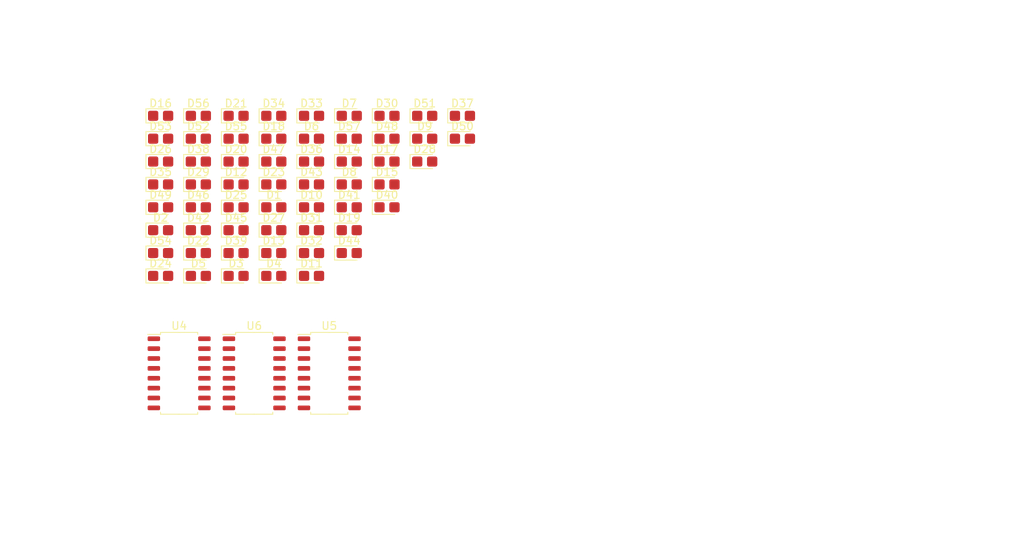
<source format=kicad_pcb>
(kicad_pcb (version 20210228) (generator pcbnew)
  (layers (0 "F.Cu" signal) (31 "B.Cu" signal) (34 "B.Paste" user) (35 "F.Paste" user) (36 "B.SilkS" user "B.Silkscreen") (37 "F.SilkS" user "F.Silkscreen") (38 "B.Mask" user) (39 "F.Mask" user) (44 "Edge.Cuts" user))
  (net 0 "")
  (net 2 "/Tachometer/D1")
  (net 3 "Net-(D2-Pad2)")
  (net 4 "/Tachometer/D2")
  (net 5 "/Tachometer/D3")
  (net 6 "/Tachometer/D4")
  (net 7 "/Tachometer/D5")
  (net 8 "/Tachometer/D6")
  (net 9 "Net-(D10-Pad2)")
  (net 10 "/Tachometer/D7")
  (net 11 "/Tachometer/D8")
  (net 12 "/Tachometer/D9")
  (net 13 "/Tachometer/D10")
  (net 14 "/Tachometer/D11")
  (net 15 "Net-(D12-Pad2)")
  (net 16 "/Tachometer/D12")
  (net 17 "/Tachometer/D13")
  (net 18 "/Tachometer/D14")
  (net 19 "/Tachometer/D15")
  (net 20 "/Tachometer/D16")
  (net 21 "Net-(D17-Pad2)")
  (net 22 "/Tachometer/D17")
  (net 23 "/Tachometer/D18")
  (net 24 "/Tachometer/D19")
  (net 25 "/Tachometer/D20")
  (net 26 "/Tachometer/D21")
  (net 27 "Net-(D22-Pad2)")
  (net 28 "/Tachometer/D22")
  (net 29 "/Tachometer/D23")
  (net 30 "/Tachometer/D24")
  (net 31 "/Tachometer/D25")
  (net 32 "/Tachometer/D26")
  (net 33 "Net-(D27-Pad2)")
  (net 34 "/Tachometer/D27")
  (net 35 "/Tachometer/D28")
  (net 36 "/Tachometer/D29")
  (net 37 "/Tachometer/D30")
  (net 38 "/Tachometer/D31")
  (net 39 "Net-(D32-Pad2)")
  (net 40 "/Tachometer/D32")
  (net 41 "/Tachometer/D33")
  (net 42 "/Tachometer/D34")
  (net 43 "/Tachometer/D35")
  (net 44 "/Tachometer/D36")
  (net 45 "Net-(D37-Pad2)")
  (net 46 "/Tachometer/D37")
  (net 47 "/Tachometer/D38")
  (net 48 "/Tachometer/D39")
  (net 49 "/Tachometer/D40")
  (net 50 "/Tachometer/D41")
  (net 51 "Net-(D42-Pad2)")
  (net 52 "Net-(D42-Pad1)")
  (net 53 "Net-(D43-Pad1)")
  (net 54 "Net-(D44-Pad2)")
  (net 55 "Net-(D44-Pad1)")
  (net 57 "Net-(D45-Pad1)")
  (net 59 "Net-(D46-Pad1)")
  (net 61 "Net-(D47-Pad1)")
  (net 62 "/Tachometer/REV")
  (net 63 "/Tachometer/LAUNCH")
  (net 64 "/Tachometer/SHIFT")
  (net 65 "Net-(D52-Pad1)")
  (net 66 "Net-(D53-Pad1)")
  (net 67 "Net-(D54-Pad1)")
  (net 68 "Net-(D55-Pad1)")
  (net 69 "/Tachometer/BA_1")
  (net 70 "/Tachometer/BA_2")
  (net 71 "Vdd")
  (net 79 "Vss")
  (footprint "LED_SMD:LED_0805_2012Metric_Castellated" (layer "F.Cu") (at 67.25 78.22)
    (fp_text reference "D11" (at 0 -1.6) (layer "F.SilkS"))
    (fp_text value "LED")
    (fp_line (start -1.885 0.91) (end 1 0.91) (layer "F.SilkS") (width 0.12))
    (fp_line (start -1.885 -0.91) (end -1.885 0.91) (layer "F.SilkS") (width 0.12))
    (fp_line (start 1 -0.91) (end -1.885 -0.91) (layer "F.SilkS") (width 0.12))
    (pad "1" smd roundrect (at -0.9625 0) (size 1.325 1.3) (layers "F.Cu" "F.Paste" "F.Mask") (roundrect_rratio 0.192308) (net 14 "/Tachometer/D11"))
    (pad "2" smd roundrect (at 0.9625 0) (size 1.325 1.3) (layers "F.Cu" "F.Paste" "F.Mask") (roundrect_rratio 0.192308) (net 9 "Net-(D10-Pad2)"))
  )
  (footprint "LED_SMD:LED_0805_2012Metric_Castellated" (layer "F.Cu") (at 57.55 78.22)
    (fp_text reference "D3" (at 0 -1.6) (layer "F.SilkS"))
    (fp_text value "LED")
    (fp_line (start -1.885 0.91) (end 1 0.91) (layer "F.SilkS") (width 0.12))
    (fp_line (start 1 -0.91) (end -1.885 -0.91) (layer "F.SilkS") (width 0.12))
    (fp_line (start -1.885 -0.91) (end -1.885 0.91) (layer "F.SilkS") (width 0.12))
    (pad "1" smd roundrect (at -0.9625 0) (size 1.325 1.3) (layers "F.Cu" "F.Paste" "F.Mask") (roundrect_rratio 0.192308) (net 5 "/Tachometer/D3"))
    (pad "2" smd roundrect (at 0.9625 0) (size 1.325 1.3) (layers "F.Cu" "F.Paste" "F.Mask") (roundrect_rratio 0.192308) (net 3 "Net-(D2-Pad2)"))
  )
  (footprint "LED_SMD:LED_0805_2012Metric_Castellated" (layer "F.Cu") (at 72.1 63.52)
    (fp_text reference "D14" (at 0 -1.6) (layer "F.SilkS"))
    (fp_text value "LED")
    (fp_line (start 1 -0.91) (end -1.885 -0.91) (layer "F.SilkS") (width 0.12))
    (fp_line (start -1.885 -0.91) (end -1.885 0.91) (layer "F.SilkS") (width 0.12))
    (fp_line (start -1.885 0.91) (end 1 0.91) (layer "F.SilkS") (width 0.12))
    (pad "1" smd roundrect (at -0.9625 0) (size 1.325 1.3) (layers "F.Cu" "F.Paste" "F.Mask") (roundrect_rratio 0.192308) (net 18 "/Tachometer/D14"))
    (pad "2" smd roundrect (at 0.9625 0) (size 1.325 1.3) (layers "F.Cu" "F.Paste" "F.Mask") (roundrect_rratio 0.192308) (net 15 "Net-(D12-Pad2)"))
  )
  (footprint "LED_SMD:LED_0805_2012Metric_Castellated" (layer "F.Cu") (at 57.55 66.46)
    (fp_text reference "D12" (at 0 -1.6) (layer "F.SilkS"))
    (fp_text value "LED")
    (fp_line (start 1 -0.91) (end -1.885 -0.91) (layer "F.SilkS") (width 0.12))
    (fp_line (start -1.885 0.91) (end 1 0.91) (layer "F.SilkS") (width 0.12))
    (fp_line (start -1.885 -0.91) (end -1.885 0.91) (layer "F.SilkS") (width 0.12))
    (pad "1" smd roundrect (at -0.9625 0) (size 1.325 1.3) (layers "F.Cu" "F.Paste" "F.Mask") (roundrect_rratio 0.192308) (net 16 "/Tachometer/D12"))
    (pad "2" smd roundrect (at 0.9625 0) (size 1.325 1.3) (layers "F.Cu" "F.Paste" "F.Mask") (roundrect_rratio 0.192308) (net 15 "Net-(D12-Pad2)"))
  )
  (footprint "LED_SMD:LED_0805_2012Metric_Castellated" (layer "F.Cu") (at 72.1 75.28)
    (fp_text reference "D44" (at 0 -1.6) (layer "F.SilkS"))
    (fp_text value "LED")
    (fp_line (start -1.885 -0.91) (end -1.885 0.91) (layer "F.SilkS") (width 0.12))
    (fp_line (start -1.885 0.91) (end 1 0.91) (layer "F.SilkS") (width 0.12))
    (fp_line (start 1 -0.91) (end -1.885 -0.91) (layer "F.SilkS") (width 0.12))
    (pad "1" smd roundrect (at -0.9625 0) (size 1.325 1.3) (layers "F.Cu" "F.Paste" "F.Mask") (roundrect_rratio 0.192308) (net 55 "Net-(D44-Pad1)"))
    (pad "2" smd roundrect (at 0.9625 0) (size 1.325 1.3) (layers "F.Cu" "F.Paste" "F.Mask") (roundrect_rratio 0.192308) (net 54 "Net-(D44-Pad2)"))
  )
  (footprint "LED_SMD:LED_0805_2012Metric_Castellated" (layer "F.Cu") (at 72.1 69.4)
    (fp_text reference "D41" (at 0 -1.6) (layer "F.SilkS"))
    (fp_text value "LED")
    (fp_line (start 1 -0.91) (end -1.885 -0.91) (layer "F.SilkS") (width 0.12))
    (fp_line (start -1.885 -0.91) (end -1.885 0.91) (layer "F.SilkS") (width 0.12))
    (fp_line (start -1.885 0.91) (end 1 0.91) (layer "F.SilkS") (width 0.12))
    (pad "1" smd roundrect (at -0.9625 0) (size 1.325 1.3) (layers "F.Cu" "F.Paste" "F.Mask") (roundrect_rratio 0.192308) (net 50 "/Tachometer/D41"))
    (pad "2" smd roundrect (at 0.9625 0) (size 1.325 1.3) (layers "F.Cu" "F.Paste" "F.Mask") (roundrect_rratio 0.192308) (net 45 "Net-(D37-Pad2)"))
  )
  (footprint "LED_SMD:LED_0805_2012Metric_Castellated" (layer "F.Cu") (at 47.85 78.22)
    (fp_text reference "D24" (at 0 -1.6) (layer "F.SilkS"))
    (fp_text value "LED")
    (fp_line (start -1.885 0.91) (end 1 0.91) (layer "F.SilkS") (width 0.12))
    (fp_line (start -1.885 -0.91) (end -1.885 0.91) (layer "F.SilkS") (width 0.12))
    (fp_line (start 1 -0.91) (end -1.885 -0.91) (layer "F.SilkS") (width 0.12))
    (pad "1" smd roundrect (at -0.9625 0) (size 1.325 1.3) (layers "F.Cu" "F.Paste" "F.Mask") (roundrect_rratio 0.192308) (net 30 "/Tachometer/D24"))
    (pad "2" smd roundrect (at 0.9625 0) (size 1.325 1.3) (layers "F.Cu" "F.Paste" "F.Mask") (roundrect_rratio 0.192308) (net 27 "Net-(D22-Pad2)"))
  )
  (footprint "Package_SO:SOP-16_4.55x10.3mm_P1.27mm" (layer "F.Cu") (at 50.23 90.745)
    (fp_text reference "U4" (at 0 -6.1) (layer "F.SilkS"))
    (fp_text value "4511")
    (fp_line (start 0 -5.26) (end -2.385 -5.26) (layer "F.SilkS") (width 0.12))
    (fp_line (start 0 -5.26) (end 2.385 -5.26) (layer "F.SilkS") (width 0.12))
    (fp_line (start -2.385 5.26) (end -2.385 5.005) (layer "F.SilkS") (width 0.12))
    (fp_line (start 2.385 -5.26) (end 2.385 -5.005) (layer "F.SilkS") (width 0.12))
    (fp_line (start -2.385 -5.26) (end -2.385 -5.005) (layer "F.SilkS") (width 0.12))
    (fp_line (start 2.385 5.26) (end 2.385 5.005) (layer "F.SilkS") (width 0.12))
    (fp_line (start 0 5.26) (end -2.385 5.26) (layer "F.SilkS") (width 0.12))
    (fp_line (start 0 5.26) (end 2.385 5.26) (layer "F.SilkS") (width 0.12))
    (fp_line (start -2.385 -5.005) (end -4.05 -5.005) (layer "F.SilkS") (width 0.12))
    (pad "1" smd roundrect (at -3.25 -4.445) (size 1.6 0.6) (layers "F.Cu" "F.Paste" "F.Mask"))
    (pad "2" smd roundrect (at -3.25 -3.175) (size 1.6 0.6) (layers "F.Cu" "F.Paste" "F.Mask"))
    (pad "3" smd roundrect (at -3.25 -1.905) (size 1.6 0.6) (layers "F.Cu" "F.Paste" "F.Mask"))
    (pad "4" smd roundrect (at -3.25 -0.635) (size 1.6 0.6) (layers "F.Cu" "F.Paste" "F.Mask"))
    (pad "5" smd roundrect (at -3.25 0.635) (size 1.6 0.6) (layers "F.Cu" "F.Paste" "F.Mask"))
    (pad "6" smd roundrect (at -3.25 1.905) (size 1.6 0.6) (layers "F.Cu" "F.Paste" "F.Mask"))
    (pad "7" smd roundrect (at -3.25 3.175) (size 1.6 0.6) (layers "F.Cu" "F.Paste" "F.Mask"))
    (pad "8" smd roundrect (at -3.25 4.445) (size 1.6 0.6) (layers "F.Cu" "F.Paste" "F.Mask") (net 79 "Vss"))
    (pad "9" smd roundrect (at 3.25 4.445) (size 1.6 0.6) (layers "F.Cu" "F.Paste" "F.Mask"))
    (pad "10" smd roundrect (at 3.25 3.175) (size 1.6 0.6) (layers "F.Cu" "F.Paste" "F.Mask"))
    (pad "11" smd roundrect (at 3.25 1.905) (size 1.6 0.6) (layers "F.Cu" "F.Paste" "F.Mask"))
    (pad "12" smd roundrect (at 3.25 0.635) (size 1.6 0.6) (layers "F.Cu" "F.Paste" "F.Mask"))
    (pad "13" smd roundrect (at 3.25 -0.635) (size 1.6 0.6) (layers "F.Cu" "F.Paste" "F.Mask"))
    (pad "14" smd roundrect (at 3.25 -1.905) (size 1.6 0.6) (layers "F.Cu" "F.Paste" "F.Mask"))
    (pad "15" smd roundrect (at 3.25 -3.175) (size 1.6 0.6) (layers "F.Cu" "F.Paste" "F.Mask"))
    (pad "16" smd roundrect (at 3.25 -4.445) (size 1.6 0.6) (layers "F.Cu" "F.Paste" "F.Mask") (net 71 "Vdd"))
  )
  (footprint "LED_SMD:LED_0805_2012Metric_Castellated" (layer "F.Cu") (at 67.25 57.64)
    (fp_text reference "D33" (at 0 -1.6) (layer "F.SilkS"))
    (fp_text value "LED")
    (fp_line (start -1.885 0.91) (end 1 0.91) (layer "F.SilkS") (width 0.12))
    (fp_line (start -1.885 -0.91) (end -1.885 0.91) (layer "F.SilkS") (width 0.12))
    (fp_line (start 1 -0.91) (end -1.885 -0.91) (layer "F.SilkS") (width 0.12))
    (pad "1" smd roundrect (at -0.9625 0) (size 1.325 1.3) (layers "F.Cu" "F.Paste" "F.Mask") (roundrect_rratio 0.192308) (net 41 "/Tachometer/D33"))
    (pad "2" smd roundrect (at 0.9625 0) (size 1.325 1.3) (layers "F.Cu" "F.Paste" "F.Mask") (roundrect_rratio 0.192308) (net 39 "Net-(D32-Pad2)"))
  )
  (footprint "LED_SMD:LED_0805_2012Metric_Castellated" (layer "F.Cu") (at 52.7 78.22)
    (fp_text reference "D5" (at 0 -1.6) (layer "F.SilkS"))
    (fp_text value "LED")
    (fp_line (start -1.885 0.91) (end 1 0.91) (layer "F.SilkS") (width 0.12))
    (fp_line (start 1 -0.91) (end -1.885 -0.91) (layer "F.SilkS") (width 0.12))
    (fp_line (start -1.885 -0.91) (end -1.885 0.91) (layer "F.SilkS") (width 0.12))
    (pad "1" smd roundrect (at -0.9625 0) (size 1.325 1.3) (layers "F.Cu" "F.Paste" "F.Mask") (roundrect_rratio 0.192308) (net 7 "/Tachometer/D5"))
    (pad "2" smd roundrect (at 0.9625 0) (size 1.325 1.3) (layers "F.Cu" "F.Paste" "F.Mask") (roundrect_rratio 0.192308) (net 3 "Net-(D2-Pad2)"))
  )
  (footprint "LED_SMD:LED_0805_2012Metric_Castellated" (layer "F.Cu") (at 47.85 63.52)
    (fp_text reference "D26" (at 0 -1.6) (layer "F.SilkS"))
    (fp_text value "LED")
    (fp_line (start -1.885 -0.91) (end -1.885 0.91) (layer "F.SilkS") (width 0.12))
    (fp_line (start -1.885 0.91) (end 1 0.91) (layer "F.SilkS") (width 0.12))
    (fp_line (start 1 -0.91) (end -1.885 -0.91) (layer "F.SilkS") (width 0.12))
    (pad "1" smd roundrect (at -0.9625 0) (size 1.325 1.3) (layers "F.Cu" "F.Paste" "F.Mask") (roundrect_rratio 0.192308) (net 32 "/Tachometer/D26"))
    (pad "2" smd roundrect (at 0.9625 0) (size 1.325 1.3) (layers "F.Cu" "F.Paste" "F.Mask") (roundrect_rratio 0.192308) (net 27 "Net-(D22-Pad2)"))
  )
  (footprint "LED_SMD:LED_0805_2012Metric_Castellated" (layer "F.Cu") (at 67.25 72.34)
    (fp_text reference "D31" (at 0 -1.6) (layer "F.SilkS"))
    (fp_text value "LED")
    (fp_line (start -1.885 0.91) (end 1 0.91) (layer "F.SilkS") (width 0.12))
    (fp_line (start 1 -0.91) (end -1.885 -0.91) (layer "F.SilkS") (width 0.12))
    (fp_line (start -1.885 -0.91) (end -1.885 0.91) (layer "F.SilkS") (width 0.12))
    (pad "1" smd roundrect (at -0.9625 0) (size 1.325 1.3) (layers "F.Cu" "F.Paste" "F.Mask") (roundrect_rratio 0.192308) (net 38 "/Tachometer/D31"))
    (pad "2" smd roundrect (at 0.9625 0) (size 1.325 1.3) (layers "F.Cu" "F.Paste" "F.Mask") (roundrect_rratio 0.192308) (net 33 "Net-(D27-Pad2)"))
  )
  (footprint "LED_SMD:LED_0805_2012Metric_Castellated" (layer "F.Cu") (at 76.95 66.46)
    (fp_text reference "D15" (at 0 -1.6) (layer "F.SilkS"))
    (fp_text value "LED")
    (fp_line (start -1.885 0.91) (end 1 0.91) (layer "F.SilkS") (width 0.12))
    (fp_line (start -1.885 -0.91) (end -1.885 0.91) (layer "F.SilkS") (width 0.12))
    (fp_line (start 1 -0.91) (end -1.885 -0.91) (layer "F.SilkS") (width 0.12))
    (pad "1" smd roundrect (at -0.9625 0) (size 1.325 1.3) (layers "F.Cu" "F.Paste" "F.Mask") (roundrect_rratio 0.192308) (net 19 "/Tachometer/D15"))
    (pad "2" smd roundrect (at 0.9625 0) (size 1.325 1.3) (layers "F.Cu" "F.Paste" "F.Mask") (roundrect_rratio 0.192308) (net 15 "Net-(D12-Pad2)"))
  )
  (footprint "LED_SMD:LED_0805_2012Metric_Castellated" (layer "F.Cu") (at 67.25 66.46)
    (fp_text reference "D43" (at 0 -1.6) (layer "F.SilkS"))
    (fp_text value "LED")
    (fp_line (start 1 -0.91) (end -1.885 -0.91) (layer "F.SilkS") (width 0.12))
    (fp_line (start -1.885 0.91) (end 1 0.91) (layer "F.SilkS") (width 0.12))
    (fp_line (start -1.885 -0.91) (end -1.885 0.91) (layer "F.SilkS") (width 0.12))
    (pad "1" smd roundrect (at -0.9625 0) (size 1.325 1.3) (layers "F.Cu" "F.Paste" "F.Mask") (roundrect_rratio 0.192308) (net 53 "Net-(D43-Pad1)"))
    (pad "2" smd roundrect (at 0.9625 0) (size 1.325 1.3) (layers "F.Cu" "F.Paste" "F.Mask") (roundrect_rratio 0.192308) (net 51 "Net-(D42-Pad2)"))
  )
  (footprint "LED_SMD:LED_0805_2012Metric_Castellated" (layer "F.Cu") (at 62.4 57.64)
    (fp_text reference "D34" (at 0 -1.6) (layer "F.SilkS"))
    (fp_text value "LED")
    (fp_line (start -1.885 0.91) (end 1 0.91) (layer "F.SilkS") (width 0.12))
    (fp_line (start -1.885 -0.91) (end -1.885 0.91) (layer "F.SilkS") (width 0.12))
    (fp_line (start 1 -0.91) (end -1.885 -0.91) (layer "F.SilkS") (width 0.12))
    (pad "1" smd roundrect (at -0.9625 0) (size 1.325 1.3) (layers "F.Cu" "F.Paste" "F.Mask") (roundrect_rratio 0.192308) (net 42 "/Tachometer/D34"))
    (pad "2" smd roundrect (at 0.9625 0) (size 1.325 1.3) (layers "F.Cu" "F.Paste" "F.Mask") (roundrect_rratio 0.192308) (net 39 "Net-(D32-Pad2)"))
  )
  (footprint "LED_SMD:LED_0805_2012Metric_Castellated" (layer "F.Cu") (at 62.4 69.4)
    (fp_text reference "D1" (at 0 -1.6) (layer "F.SilkS"))
    (fp_text value "LED")
    (fp_line (start 1 -0.91) (end -1.885 -0.91) (layer "F.SilkS") (width 0.12))
    (fp_line (start -1.885 0.91) (end 1 0.91) (layer "F.SilkS") (width 0.12))
    (fp_line (start -1.885 -0.91) (end -1.885 0.91) (layer "F.SilkS") (width 0.12))
    (pad "1" smd roundrect (at -0.9625 0) (size 1.325 1.3) (layers "F.Cu" "F.Paste" "F.Mask") (roundrect_rratio 0.192308) (net 2 "/Tachometer/D1"))
    (pad "2" smd roundrect (at 0.9625 0) (size 1.325 1.3) (layers "F.Cu" "F.Paste" "F.Mask") (roundrect_rratio 0.192308))
  )
  (footprint "LED_SMD:LED_0805_2012Metric_Castellated" (layer "F.Cu") (at 52.7 63.52)
    (fp_text reference "D38" (at 0 -1.6) (layer "F.SilkS"))
    (fp_text value "LED")
    (fp_line (start -1.885 -0.91) (end -1.885 0.91) (layer "F.SilkS") (width 0.12))
    (fp_line (start -1.885 0.91) (end 1 0.91) (layer "F.SilkS") (width 0.12))
    (fp_line (start 1 -0.91) (end -1.885 -0.91) (layer "F.SilkS") (width 0.12))
    (pad "1" smd roundrect (at -0.9625 0) (size 1.325 1.3) (layers "F.Cu" "F.Paste" "F.Mask") (roundrect_rratio 0.192308) (net 47 "/Tachometer/D38"))
    (pad "2" smd roundrect (at 0.9625 0) (size 1.325 1.3) (layers "F.Cu" "F.Paste" "F.Mask") (roundrect_rratio 0.192308) (net 45 "Net-(D37-Pad2)"))
  )
  (footprint "LED_SMD:LED_0805_2012Metric_Castellated" (layer "F.Cu") (at 47.85 57.64)
    (fp_text reference "D16" (at 0 -1.6) (layer "F.SilkS"))
    (fp_text value "LED")
    (fp_line (start 1 -0.91) (end -1.885 -0.91) (layer "F.SilkS") (width 0.12))
    (fp_line (start -1.885 -0.91) (end -1.885 0.91) (layer "F.SilkS") (width 0.12))
    (fp_line (start -1.885 0.91) (end 1 0.91) (layer "F.SilkS") (width 0.12))
    (pad "1" smd roundrect (at -0.9625 0) (size 1.325 1.3) (layers "F.Cu" "F.Paste" "F.Mask") (roundrect_rratio 0.192308) (net 20 "/Tachometer/D16"))
    (pad "2" smd roundrect (at 0.9625 0) (size 1.325 1.3) (layers "F.Cu" "F.Paste" "F.Mask") (roundrect_rratio 0.192308) (net 15 "Net-(D12-Pad2)"))
  )
  (footprint "LED_SMD:LED_0805_2012Metric_Castellated" (layer "F.Cu") (at 81.8 57.64)
    (fp_text reference "D51" (at 0 -1.6) (layer "F.SilkS"))
    (fp_text value "LED")
    (fp_line (start 1 -0.91) (end -1.885 -0.91) (layer "F.SilkS") (width 0.12))
    (fp_line (start -1.885 -0.91) (end -1.885 0.91) (layer "F.SilkS") (width 0.12))
    (fp_line (start -1.885 0.91) (end 1 0.91) (layer "F.SilkS") (width 0.12))
    (pad "1" smd roundrect (at -0.9625 0) (size 1.325 1.3) (layers "F.Cu" "F.Paste" "F.Mask") (roundrect_rratio 0.192308) (net 54 "Net-(D44-Pad2)"))
    (pad "2" smd roundrect (at 0.9625 0) (size 1.325 1.3) (layers "F.Cu" "F.Paste" "F.Mask") (roundrect_rratio 0.192308) (net 57 "Net-(D45-Pad1)"))
  )
  (footprint "LED_SMD:LED_0805_2012Metric_Castellated" (layer "F.Cu") (at 72.1 66.46)
    (fp_text reference "D8" (at 0 -1.6) (layer "F.SilkS"))
    (fp_text value "LED")
    (fp_line (start -1.885 0.91) (end 1 0.91) (layer "F.SilkS") (width 0.12))
    (fp_line (start -1.885 -0.91) (end -1.885 0.91) (layer "F.SilkS") (width 0.12))
    (fp_line (start 1 -0.91) (end -1.885 -0.91) (layer "F.SilkS") (width 0.12))
    (pad "1" smd roundrect (at -0.9625 0) (size 1.325 1.3) (layers "F.Cu" "F.Paste" "F.Mask") (roundrect_rratio 0.192308) (net 11 "/Tachometer/D8"))
    (pad "2" smd roundrect (at 0.9625 0) (size 1.325 1.3) (layers "F.Cu" "F.Paste" "F.Mask") (roundrect_rratio 0.192308) (net 9 "Net-(D10-Pad2)"))
  )
  (footprint "LED_SMD:LED_0805_2012Metric_Castellated" (layer "F.Cu") (at 52.7 72.34)
    (fp_text reference "D42" (at 0 -1.6) (layer "F.SilkS"))
    (fp_text value "LED")
    (fp_line (start 1 -0.91) (end -1.885 -0.91) (layer "F.SilkS") (width 0.12))
    (fp_line (start -1.885 0.91) (end 1 0.91) (layer "F.SilkS") (width 0.12))
    (fp_line (start -1.885 -0.91) (end -1.885 0.91) (layer "F.SilkS") (width 0.12))
    (pad "1" smd roundrect (at -0.9625 0) (size 1.325 1.3) (layers "F.Cu" "F.Paste" "F.Mask") (roundrect_rratio 0.192308) (net 52 "Net-(D42-Pad1)"))
    (pad "2" smd roundrect (at 0.9625 0) (size 1.325 1.3) (layers "F.Cu" "F.Paste" "F.Mask") (roundrect_rratio 0.192308) (net 51 "Net-(D42-Pad2)"))
  )
  (footprint "LED_SMD:LED_0805_2012Metric_Castellated" (layer "F.Cu") (at 76.95 60.58)
    (fp_text reference "D48" (at 0 -1.6) (layer "F.SilkS"))
    (fp_text value "LED")
    (fp_line (start 1 -0.91) (end -1.885 -0.91) (layer "F.SilkS") (width 0.12))
    (fp_line (start -1.885 0.91) (end 1 0.91) (layer "F.SilkS") (width 0.12))
    (fp_line (start -1.885 -0.91) (end -1.885 0.91) (layer "F.SilkS") (width 0.12))
    (pad "1" smd roundrect (at -0.9625 0) (size 1.325 1.3) (layers "F.Cu" "F.Paste" "F.Mask") (roundrect_rratio 0.192308) (net 62 "/Tachometer/REV"))
    (pad "2" smd roundrect (at 0.9625 0) (size 1.325 1.3) (layers "F.Cu" "F.Paste" "F.Mask") (roundrect_rratio 0.192308) (net 52 "Net-(D42-Pad1)"))
  )
  (footprint "LED_SMD:LED_0805_2012Metric_Castellated" (layer "F.Cu") (at 52.7 57.64)
    (fp_text reference "D56" (at 0 -1.6) (layer "F.SilkS"))
    (fp_text value "LED")
    (fp_line (start 1 -0.91) (end -1.885 -0.91) (layer "F.SilkS") (width 0.12))
    (fp_line (start -1.885 -0.91) (end -1.885 0.91) (layer "F.SilkS") (width 0.12))
    (fp_line (start -1.885 0.91) (end 1 0.91) (layer "F.SilkS") (width 0.12))
    (pad "1" smd roundrect (at -0.9625 0) (size 1.325 1.3) (layers "F.Cu" "F.Paste" "F.Mask") (roundrect_rratio 0.192308) (net 69 "/Tachometer/BA_1"))
    (pad "2" smd roundrect (at 0.9625 0) (size 1.325 1.3) (layers "F.Cu" "F.Paste" "F.Mask") (roundrect_rratio 0.192308) (net 67 "Net-(D54-Pad1)"))
  )
  (footprint "LED_SMD:LED_0805_2012Metric_Castellated" (layer "F.Cu") (at 67.25 75.28)
    (fp_text reference "D32" (at 0 -1.6) (layer "F.SilkS"))
    (fp_text value "LED")
    (fp_line (start 1 -0.91) (end -1.885 -0.91) (layer "F.SilkS") (width 0.12))
    (fp_line (start -1.885 0.91) (end 1 0.91) (layer "F.SilkS") (width 0.12))
    (fp_line (start -1.885 -0.91) (end -1.885 0.91) (layer "F.SilkS") (width 0.12))
    (pad "1" smd roundrect (at -0.9625 0) (size 1.325 1.3) (layers "F.Cu" "F.Paste" "F.Mask") (roundrect_rratio 0.192308) (net 40 "/Tachometer/D32"))
    (pad "2" smd roundrect (at 0.9625 0) (size 1.325 1.3) (layers "F.Cu" "F.Paste" "F.Mask") (roundrect_rratio 0.192308) (net 39 "Net-(D32-Pad2)"))
  )
  (footprint "LED_SMD:LED_0805_2012Metric_Castellated" (layer "F.Cu") (at 86.65 60.58)
    (fp_text reference "D50" (at 0 -1.6) (layer "F.SilkS"))
    (fp_text value "LED")
    (fp_line (start -1.885 0.91) (end 1 0.91) (layer "F.SilkS") (width 0.12))
    (fp_line (start 1 -0.91) (end -1.885 -0.91) (layer "F.SilkS") (width 0.12))
    (fp_line (start -1.885 -0.91) (end -1.885 0.91) (layer "F.SilkS") (width 0.12))
    (pad "1" smd roundrect (at -0.9625 0) (size 1.325 1.3) (layers "F.Cu" "F.Paste" "F.Mask") (roundrect_rratio 0.192308) (net 64 "/Tachometer/SHIFT"))
    (pad "2" smd roundrect (at 0.9625 0) (size 1.325 1.3) (layers "F.Cu" "F.Paste" "F.Mask") (roundrect_rratio 0.192308) (net 55 "Net-(D44-Pad1)"))
  )
  (footprint "LED_SMD:LED_0805_2012Metric_Castellated" (layer "F.Cu") (at 72.1 57.64)
    (fp_text reference "D7" (at 0 -1.6) (layer "F.SilkS"))
    (fp_text value "LED")
    (fp_line (start 1 -0.91) (end -1.885 -0.91) (layer "F.SilkS") (width 0.12))
    (fp_line (start -1.885 0.91) (end 1 0.91) (layer "F.SilkS") (width 0.12))
    (fp_line (start -1.885 -0.91) (end -1.885 0.91) (layer "F.SilkS") (width 0.12))
    (pad "1" smd roundrect (at -0.9625 0) (size 1.325 1.3) (layers "F.Cu" "F.Paste" "F.Mask") (roundrect_rratio 0.192308) (net 10 "/Tachometer/D7"))
    (pad "2" smd roundrect (at 0.9625 0) (size 1.325 1.3) (layers "F.Cu" "F.Paste" "F.Mask") (roundrect_rratio 0.192308) (net 9 "Net-(D10-Pad2)"))
  )
  (footprint "LED_SMD:LED_0805_2012Metric_Castellated" (layer "F.Cu") (at 86.65 57.64)
    (fp_text reference "D37" (at 0 -1.6) (layer "F.SilkS"))
    (fp_text value "LED")
    (fp_line (start -1.885 -0.91) (end -1.885 0.91) (layer "F.SilkS") (width 0.12))
    (fp_line (start 1 -0.91) (end -1.885 -0.91) (layer "F.SilkS") (width 0.12))
    (fp_line (start -1.885 0.91) (end 1 0.91) (layer "F.SilkS") (width 0.12))
    (pad "1" smd roundrect (at -0.9625 0) (size 1.325 1.3) (layers "F.Cu" "F.Paste" "F.Mask") (roundrect_rratio 0.192308) (net 46 "/Tachometer/D37"))
    (pad "2" smd roundrect (at 0.9625 0) (size 1.325 1.3) (layers "F.Cu" "F.Paste" "F.Mask") (roundrect_rratio 0.192308) (net 45 "Net-(D37-Pad2)"))
  )
  (footprint "LED_SMD:LED_0805_2012Metric_Castellated" (layer "F.Cu") (at 47.85 75.28)
    (fp_text reference "D54" (at 0 -1.6) (layer "F.SilkS"))
    (fp_text value "LED")
    (fp_line (start 1 -0.91) (end -1.885 -0.91) (layer "F.SilkS") (width 0.12))
    (fp_line (start -1.885 -0.91) (end -1.885 0.91) (layer "F.SilkS") (width 0.12))
    (fp_line (start -1.885 0.91) (end 1 0.91) (layer "F.SilkS") (width 0.12))
    (pad "1" smd roundrect (at -0.9625 0) (size 1.325 1.3) (layers "F.Cu" "F.Paste" "F.Mask") (roundrect_rratio 0.192308) (net 67 "Net-(D54-Pad1)"))
    (pad "2" smd roundrect (at 0.9625 0) (size 1.325 1.3) (layers "F.Cu" "F.Paste" "F.Mask") (roundrect_rratio 0.192308) (net 65 "Net-(D52-Pad1)"))
  )
  (footprint "LED_SMD:LED_0805_2012Metric_Castellated" (layer "F.Cu") (at 52.7 75.28)
    (fp_text reference "D22" (at 0 -1.6) (layer "F.SilkS"))
    (fp_text value "LED")
    (fp_line (start -1.885 -0.91) (end -1.885 0.91) (layer "F.SilkS") (width 0.12))
    (fp_line (start -1.885 0.91) (end 1 0.91) (layer "F.SilkS") (width 0.12))
    (fp_line (start 1 -0.91) (end -1.885 -0.91) (layer "F.SilkS") (width 0.12))
    (pad "1" smd roundrect (at -0.9625 0) (size 1.325 1.3) (layers "F.Cu" "F.Paste" "F.Mask") (roundrect_rratio 0.192308) (net 28 "/Tachometer/D22"))
    (pad "2" smd roundrect (at 0.9625 0) (size 1.325 1.3) (layers "F.Cu" "F.Paste" "F.Mask") (roundrect_rratio 0.192308) (net 27 "Net-(D22-Pad2)"))
  )
  (footprint "LED_SMD:LED_0805_2012Metric_Castellated" (layer "F.Cu") (at 76.95 57.64)
    (fp_text reference "D30" (at 0 -1.6) (layer "F.SilkS"))
    (fp_text value "LED")
    (fp_line (start -1.885 -0.91) (end -1.885 0.91) (layer "F.SilkS") (width 0.12))
    (fp_line (start -1.885 0.91) (end 1 0.91) (layer "F.SilkS") (width 0.12))
    (fp_line (start 1 -0.91) (end -1.885 -0.91) (layer "F.SilkS") (width 0.12))
    (pad "1" smd roundrect (at -0.9625 0) (size 1.325 1.3) (layers "F.Cu" "F.Paste" "F.Mask") (roundrect_rratio 0.192308) (net 37 "/Tachometer/D30"))
    (pad "2" smd roundrect (at 0.9625 0) (size 1.325 1.3) (layers "F.Cu" "F.Paste" "F.Mask") (roundrect_rratio 0.192308) (net 33 "Net-(D27-Pad2)"))
  )
  (footprint "Package_SO:SOP-16_4.55x10.3mm_P1.27mm" (layer "F.Cu") (at 69.53 90.745)
    (fp_text reference "U5" (at 0 -6.1) (layer "F.SilkS"))
    (fp_text value "4511")
    (fp_line (start 0 5.26) (end 2.385 5.26) (layer "F.SilkS") (width 0.12))
    (fp_line (start 2.385 5.26) (end 2.385 5.005) (layer "F.SilkS") (width 0.12))
    (fp_line (start 0 5.26) (end -2.385 5.26) (layer "F.SilkS") (width 0.12))
    (fp_line (start 2.385 -5.26) (end 2.385 -5.005) (layer "F.SilkS") (width 0.12))
    (fp_line (start -2.385 5.26) (end -2.385 5.005) (layer "F.SilkS") (width 0.12))
    (fp_line (start 0 -5.26) (end 2.385 -5.26) (layer "F.SilkS") (width 0.12))
    (fp_line (start -2.385 -5.005) (end -4.05 -5.005) (layer "F.SilkS") (width 0.12))
    (fp_line (start 0 -5.26) (end -2.385 -5.26) (layer "F.SilkS") (width 0.12))
    (fp_line (start -2.385 -5.26) (end -2.385 -5.005) (layer "F.SilkS") (width 0.12))
    (pad "1" smd roundrect (at -3.25 -4.445) (size 1.6 0.6) (layers "F.Cu" "F.Paste" "F.Mask"))
    (pad "2" smd roundrect (at -3.25 -3.175) (size 1.6 0.6) (layers "F.Cu" "F.Paste" "F.Mask"))
    (pad "3" smd roundrect (at -3.25 -1.905) (size 1.6 0.6) (layers "F.Cu" "F.Paste" "F.Mask"))
    (pad "4" smd roundrect (at -3.25 -0.635) (size 1.6 0.6) (layers "F.Cu" "F.Paste" "F.Mask"))
    (pad "5" smd roundrect (at -3.25 0.635) (size 1.6 0.6) (layers "F.Cu" "F.Paste" "F.Mask"))
    (pad "6" smd roundrect (at -3.25 1.905) (size 1.6 0.6) (layers "F.Cu" "F.Paste" "F.Mask"))
    (pad "7" smd roundrect (at -3.25 3.175) (size 1.6 0.6) (layers "F.Cu" "F.Paste" "F.Mask"))
    (pad "8" smd roundrect (at -3.25 4.445) (size 1.6 0.6) (layers "F.Cu" "F.Paste" "F.Mask") (net 79 "Vss"))
    (pad "9" smd roundrect (at 3.25 4.445) (size 1.6 0.6) (layers "F.Cu" "F.Paste" "F.Mask"))
    (pad "10" smd roundrect (at 3.25 3.175) (size 1.6 0.6) (layers "F.Cu" "F.Paste" "F.Mask"))
    (pad "11" smd roundrect (at 3.25 1.905) (size 1.6 0.6) (layers "F.Cu" "F.Paste" "F.Mask"))
    (pad "12" smd roundrect (at 3.25 0.635) (size 1.6 0.6) (layers "F.Cu" "F.Paste" "F.Mask"))
    (pad "13" smd roundrect (at 3.25 -0.635) (size 1.6 0.6) (layers "F.Cu" "F.Paste" "F.Mask"))
    (pad "14" smd roundrect (at 3.25 -1.905) (size 1.6 0.6) (layers "F.Cu" "F.Paste" "F.Mask"))
    (pad "15" smd roundrect (at 3.25 -3.175) (size 1.6 0.6) (layers "F.Cu" "F.Paste" "F.Mask"))
    (pad "16" smd roundrect (at 3.25 -4.445) (size 1.6 0.6) (layers "F.Cu" "F.Paste" "F.Mask") (net 71 "Vdd"))
  )
  (footprint "LED_SMD:LED_0805_2012Metric_Castellated" (layer "F.Cu") (at 62.4 66.46)
    (fp_text reference "D23" (at 0 -1.6) (layer "F.SilkS"))
    (fp_text value "LED")
    (fp_line (start 1 -0.91) (end -1.885 -0.91) (layer "F.SilkS") (width 0.12))
    (fp_line (start -1.885 0.91) (end 1 0.91) (layer "F.SilkS") (width 0.12))
    (fp_line (start -1.885 -0.91) (end -1.885 0.91) (layer "F.SilkS") (width 0.12))
    (pad "1" smd roundrect (at -0.9625 0) (size 1.325 1.3) (layers "F.Cu" "F.Paste" "F.Mask") (roundrect_rratio 0.192308) (net 29 "/Tachometer/D23"))
    (pad "2" smd roundrect (at 0.9625 0) (size 1.325 1.3) (layers "F.Cu" "F.Paste" "F.Mask") (roundrect_rratio 0.192308) (net 27 "Net-(D22-Pad2)"))
  )
  (footprint "LED_SMD:LED_0805_2012Metric_Castellated" (layer "F.Cu") (at 76.95 63.52)
    (fp_text reference "D17" (at 0 -1.6) (layer "F.SilkS"))
    (fp_text value "LED")
    (fp_line (start -1.885 0.91) (end 1 0.91) (layer "F.SilkS") (width 0.12))
    (fp_line (start 1 -0.91) (end -1.885 -0.91) (layer "F.SilkS") (width 0.12))
    (fp_line (start -1.885 -0.91) (end -1.885 0.91) (layer "F.SilkS") (width 0.12))
    (pad "1" smd roundrect (at -0.9625 0) (size 1.325 1.3) (layers "F.Cu" "F.Paste" "F.Mask") (roundrect_rratio 0.192308) (net 22 "/Tachometer/D17"))
    (pad "2" smd roundrect (at 0.9625 0) (size 1.325 1.3) (layers "F.Cu" "F.Paste" "F.Mask") (roundrect_rratio 0.192308) (net 21 "Net-(D17-Pad2)"))
  )
  (footprint "LED_SMD:LED_0805_2012Metric_Castellated" (layer "F.Cu") (at 57.55 57.64)
    (fp_text reference "D21" (at 0 -1.6) (layer "F.SilkS"))
    (fp_text value "LED")
    (fp_line (start -1.885 -0.91) (end -1.885 0.91) (layer "F.SilkS") (width 0.12))
    (fp_line (start 1 -0.91) (end -1.885 -0.91) (layer "F.SilkS") (width 0.12))
    (fp_line (start -1.885 0.91) (end 1 0.91) (layer "F.SilkS") (width 0.12))
    (pad "1" smd roundrect (at -0.9625 0) (size 1.325 1.3) (layers "F.Cu" "F.Paste" "F.Mask") (roundrect_rratio 0.192308) (net 26 "/Tachometer/D21"))
    (pad "2" smd roundrect (at 0.9625 0) (size 1.325 1.3) (layers "F.Cu" "F.Paste" "F.Mask") (roundrect_rratio 0.192308) (net 21 "Net-(D17-Pad2)"))
  )
  (footprint "LED_SMD:LED_0805_2012Metric_Castellated" (layer "F.Cu") (at 62.4 72.34)
    (fp_text reference "D27" (at 0 -1.6) (layer "F.SilkS"))
    (fp_text value "LED")
    (fp_line (start -1.885 0.91) (end 1 0.91) (layer "F.SilkS") (width 0.12))
    (fp_line (start -1.885 -0.91) (end -1.885 0.91) (layer "F.SilkS") (width 0.12))
    (fp_line (start 1 -0.91) (end -1.885 -0.91) (layer "F.SilkS") (width 0.12))
    (pad "1" smd roundrect (at -0.9625 0) (size 1.325 1.3) (layers "F.Cu" "F.Paste" "F.Mask") (roundrect_rratio 0.192308) (net 34 "/Tachometer/D27"))
    (pad "2" smd roundrect (at 0.9625 0) (size 1.325 1.3) (layers "F.Cu" "F.Paste" "F.Mask") (roundrect_rratio 0.192308) (net 33 "Net-(D27-Pad2)"))
  )
  (footprint "LED_SMD:LED_0805_2012Metric_Castellated" (layer "F.Cu") (at 52.7 69.4)
    (fp_text reference "D46" (at 0 -1.6) (layer "F.SilkS"))
    (fp_text value "LED")
    (fp_line (start 1 -0.91) (end -1.885 -0.91) (layer "F.SilkS") (width 0.12))
    (fp_line (start -1.885 -0.91) (end -1.885 0.91) (layer "F.SilkS") (width 0.12))
    (fp_line (start -1.885 0.91) (end 1 0.91) (layer "F.SilkS") (width 0.12))
    (pad "1" smd roundrect (at -0.9625 0) (size 1.325 1.3) (layers "F.Cu" "F.Paste" "F.Mask") (roundrect_rratio 0.192308) (net 59 "Net-(D46-Pad1)"))
    (pad "2" smd roundrect (at 0.9625 0) (size 1.325 1.3) (layers "F.Cu" "F.Paste" "F.Mask") (roundrect_rratio 0.192308))
  )
  (footprint "LED_SMD:LED_0805_2012Metric_Castellated" (layer "F.Cu") (at 57.55 72.34)
    (fp_text reference "D45" (at 0 -1.6) (layer "F.SilkS"))
    (fp_text value "LED")
    (fp_line (start 1 -0.91) (end -1.885 -0.91) (layer "F.SilkS") (width 0.12))
    (fp_line (start -1.885 -0.91) (end -1.885 0.91) (layer "F.SilkS") (width 0.12))
    (fp_line (start -1.885 0.91) (end 1 0.91) (layer "F.SilkS") (width 0.12))
    (pad "1" smd roundrect (at -0.9625 0) (size 1.325 1.3) (layers "F.Cu" "F.Paste" "F.Mask") (roundrect_rratio 0.192308) (net 57 "Net-(D45-Pad1)"))
    (pad "2" smd roundrect (at 0.9625 0) (size 1.325 1.3) (layers "F.Cu" "F.Paste" "F.Mask") (roundrect_rratio 0.192308))
  )
  (footprint "LED_SMD:LED_0805_2012Metric_Castellated" (layer "F.Cu") (at 76.95 69.4)
    (fp_text reference "D40" (at 0 -1.6) (layer "F.SilkS"))
    (fp_text value "LED")
    (fp_line (start -1.885 0.91) (end 1 0.91) (layer "F.SilkS") (width 0.12))
    (fp_line (start 1 -0.91) (end -1.885 -0.91) (layer "F.SilkS") (width 0.12))
    (fp_line (start -1.885 -0.91) (end -1.885 0.91) (layer "F.SilkS") (width 0.12))
    (pad "1" smd roundrect (at -0.9625 0) (size 1.325 1.3) (layers "F.Cu" "F.Paste" "F.Mask") (roundrect_rratio 0.192308) (net 49 "/Tachometer/D40"))
    (pad "2" smd roundrect (at 0.9625 0) (size 1.325 1.3) (layers "F.Cu" "F.Paste" "F.Mask") (roundrect_rratio 0.192308) (net 45 "Net-(D37-Pad2)"))
  )
  (footprint "LED_SMD:LED_0805_2012Metric_Castellated" (layer "F.Cu") (at 57.55 69.4)
    (fp_text reference "D25" (at 0 -1.6) (layer "F.SilkS"))
    (fp_text value "LED")
    (fp_line (start -1.885 0.91) (end 1 0.91) (layer "F.SilkS") (width 0.12))
    (fp_line (start -1.885 -0.91) (end -1.885 0.91) (layer "F.SilkS") (width 0.12))
    (fp_line (start 1 -0.91) (end -1.885 -0.91) (layer "F.SilkS") (width 0.12))
    (pad "1" smd roundrect (at -0.9625 0) (size 1.325 1.3) (layers "F.Cu" "F.Paste" "F.Mask") (roundrect_rratio 0.192308) (net 31 "/Tachometer/D25"))
    (pad "2" smd roundrect (at 0.9625 0) (size 1.325 1.3) (layers "F.Cu" "F.Paste" "F.Mask") (roundrect_rratio 0.192308) (net 27 "Net-(D22-Pad2)"))
  )
  (footprint "LED_SMD:LED_0805_2012Metric_Castellated" (layer "F.Cu") (at 81.8 60.58)
    (fp_text reference "D9" (at 0 -1.6) (layer "F.SilkS"))
    (fp_text value "LED")
    (fp_line (start 1 -0.91) (end -1.885 -0.91) (layer "F.SilkS") (width 0.12))
    (fp_line (start -1.885 0.91) (end 1 0.91) (layer "F.SilkS") (width 0.12))
    (fp_line (start -1.885 -0.91) (end -1.885 0.91) (layer "F.SilkS") (width 0.12))
    (pad "1" smd roundrect (at -0.9625 0) (size 1.325 1.3) (layers "F.Cu" "F.Paste" "F.Mask") (roundrect_rratio 0.192308) (net 12 "/Tachometer/D9"))
    (pad "2" smd roundrect (at 0.9625 0) (size 1.325 1.3) (layers "F.Cu" "F.Paste" "F.Mask") (roundrect_rratio 0.192308) (net 9 "Net-(D10-Pad2)"))
  )
  (footprint "LED_SMD:LED_0805_2012Metric_Castellated" (layer "F.Cu") (at 57.55 60.58)
    (fp_text reference "D55" (at 0 -1.6) (layer "F.SilkS"))
    (fp_text value "LED")
    (fp_line (start -1.885 -0.91) (end -1.885 0.91) (layer "F.SilkS") (width 0.12))
    (fp_line (start -1.885 0.91) (end 1 0.91) (layer "F.SilkS") (width 0.12))
    (fp_line (start 1 -0.91) (end -1.885 -0.91) (layer "F.SilkS") (width 0.12))
    (pad "1" smd roundrect (at -0.9625 0) (size 1.325 1.3) (layers "F.Cu" "F.Paste" "F.Mask") (roundrect_rratio 0.192308) (net 68 "Net-(D55-Pad1)"))
    (pad "2" smd roundrect (at 0.9625 0) (size 1.325 1.3) (layers "F.Cu" "F.Paste" "F.Mask") (roundrect_rratio 0.192308) (net 66 "Net-(D53-Pad1)"))
  )
  (footprint "LED_SMD:LED_0805_2012Metric_Castellated" (layer "F.Cu") (at 57.55 75.28)
    (fp_text reference "D39" (at 0 -1.6) (layer "F.SilkS"))
    (fp_text value "LED")
    (fp_line (start -1.885 -0.91) (end -1.885 0.91) (layer "F.SilkS") (width 0.12))
    (fp_line (start 1 -0.91) (end -1.885 -0.91) (layer "F.SilkS") (width 0.12))
    (fp_line (start -1.885 0.91) (end 1 0.91) (layer "F.SilkS") (width 0.12))
    (pad "1" smd roundrect (at -0.9625 0) (size 1.325 1.3) (layers "F.Cu" "F.Paste" "F.Mask") (roundrect_rratio 0.192308) (net 48 "/Tachometer/D39"))
    (pad "2" smd roundrect (at 0.9625 0) (size 1.325 1.3) (layers "F.Cu" "F.Paste" "F.Mask") (roundrect_rratio 0.192308) (net 45 "Net-(D37-Pad2)"))
  )
  (footprint "LED_SMD:LED_0805_2012Metric_Castellated" (layer "F.Cu") (at 67.25 69.4)
    (fp_text reference "D10" (at 0 -1.6) (layer "F.SilkS"))
    (fp_text value "LED")
    (fp_line (start -1.885 0.91) (end 1 0.91) (layer "F.SilkS") (width 0.12))
    (fp_line (start 1 -0.91) (end -1.885 -0.91) (layer "F.SilkS") (width 0.12))
    (fp_line (start -1.885 -0.91) (end -1.885 0.91) (layer "F.SilkS") (width 0.12))
    (pad "1" smd roundrect (at -0.9625 0) (size 1.325 1.3) (layers "F.Cu" "F.Paste" "F.Mask") (roundrect_rratio 0.192308) (net 13 "/Tachometer/D10"))
    (pad "2" smd roundrect (at 0.9625 0) (size 1.325 1.3) (layers "F.Cu" "F.Paste" "F.Mask") (roundrect_rratio 0.192308) (net 9 "Net-(D10-Pad2)"))
  )
  (footprint "LED_SMD:LED_0805_2012Metric_Castellated" (layer "F.Cu") (at 52.7 60.58)
    (fp_text reference "D52" (at 0 -1.6) (layer "F.SilkS"))
    (fp_text value "LED")
    (fp_line (start -1.885 -0.91) (end -1.885 0.91) (layer "F.SilkS") (width 0.12))
    (fp_line (start -1.885 0.91) (end 1 0.91) (layer "F.SilkS") (width 0.12))
    (fp_line (start 1 -0.91) (end -1.885 -0.91) (layer "F.SilkS") (width 0.12))
    (pad "1" smd roundrect (at -0.9625 0) (size 1.325 1.3) (layers "F.Cu" "F.Paste" "F.Mask") (roundrect_rratio 0.192308) (net 65 "Net-(D52-Pad1)"))
    (pad "2" smd roundrect (at 0.9625 0) (size 1.325 1.3) (layers "F.Cu" "F.Paste" "F.Mask") (roundrect_rratio 0.192308) (net 59 "Net-(D46-Pad1)"))
  )
  (footprint "LED_SMD:LED_0805_2012Metric_Castellated" (layer "F.Cu") (at 47.85 72.34)
    (fp_text reference "D2" (at 0 -1.6) (layer "F.SilkS"))
    (fp_text value "LED")
    (fp_line (start 1 -0.91) (end -1.885 -0.91) (layer "F.SilkS") (width 0.12))
    (fp_line (start -1.885 -0.91) (end -1.885 0.91) (layer "F.SilkS") (width 0.12))
    (fp_line (start -1.885 0.91) (end 1 0.91) (layer "F.SilkS") (width 0.12))
    (pad "1" smd roundrect (at -0.9625 0) (size 1.325 1.3) (layers "F.Cu" "F.Paste" "F.Mask") (roundrect_rratio 0.192308) (net 4 "/Tachometer/D2"))
    (pad "2" smd roundrect (at 0.9625 0) (size 1.325 1.3) (layers "F.Cu" "F.Paste" "F.Mask") (roundrect_rratio 0.192308) (net 3 "Net-(D2-Pad2)"))
  )
  (footprint "LED_SMD:LED_0805_2012Metric_Castellated" (layer "F.Cu") (at 47.85 60.58)
    (fp_text reference "D53" (at 0 -1.6) (layer "F.SilkS"))
    (fp_text value "LED")
    (fp_line (start 1 -0.91) (end -1.885 -0.91) (layer "F.SilkS") (width 0.12))
    (fp_line (start -1.885 0.91) (end 1 0.91) (layer "F.SilkS") (width 0.12))
    (fp_line (start -1.885 -0.91) (end -1.885 0.91) (layer "F.SilkS") (width 0.12))
    (pad "1" smd roundrect (at -0.9625 0) (size 1.325 1.3) (layers "F.Cu" "F.Paste" "F.Mask") (roundrect_rratio 0.192308) (net 66 "Net-(D53-Pad1)"))
    (pad "2" smd roundrect (at 0.9625 0) (size 1.325 1.3) (layers "F.Cu" "F.Paste" "F.Mask") (roundrect_rratio 0.192308) (net 61 "Net-(D47-Pad1)"))
  )
  (footprint "LED_SMD:LED_0805_2012Metric_Castellated" (layer "F.Cu") (at 62.4 75.28)
    (fp_text reference "D13" (at 0 -1.6) (layer "F.SilkS"))
    (fp_text value "LED")
    (fp_line (start -1.885 -0.91) (end -1.885 0.91) (layer "F.SilkS") (width 0.12))
    (fp_line (start -1.885 0.91) (end 1 0.91) (layer "F.SilkS") (width 0.12))
    (fp_line (start 1 -0.91) (end -1.885 -0.91) (layer "F.SilkS") (width 0.12))
    (pad "1" smd roundrect (at -0.9625 0) (size 1.325 1.3) (layers "F.Cu" "F.Paste" "F.Mask") (roundrect_rratio 0.192308) (net 17 "/Tachometer/D13"))
    (pad "2" smd roundrect (at 0.9625 0) (size 1.325 1.3) (layers "F.Cu" "F.Paste" "F.Mask") (roundrect_rratio 0.192308) (net 15 "Net-(D12-Pad2)"))
  )
  (footprint "LED_SMD:LED_0805_2012Metric_Castellated" (layer "F.Cu") (at 57.55 63.52)
    (fp_text reference "D20" (at 0 -1.6) (layer "F.SilkS"))
    (fp_text value "LED")
    (fp_line (start 1 -0.91) (end -1.885 -0.91) (layer "F.SilkS") (width 0.12))
    (fp_line (start -1.885 -0.91) (end -1.885 0.91) (layer "F.SilkS") (width 0.12))
    (fp_line (start -1.885 0.91) (end 1 0.91) (layer "F.SilkS") (width 0.12))
    (pad "1" smd roundrect (at -0.9625 0) (size 1.325 1.3) (layers "F.Cu" "F.Paste" "F.Mask") (roundrect_rratio 0.192308) (net 25 "/Tachometer/D20"))
    (pad "2" smd roundrect (at 0.9625 0) (size 1.325 1.3) (layers "F.Cu" "F.Paste" "F.Mask") (roundrect_rratio 0.192308) (net 21 "Net-(D17-Pad2)"))
  )
  (footprint "LED_SMD:LED_0805_2012Metric_Castellated" (layer "F.Cu") (at 62.4 78.22)
    (fp_text reference "D4" (at 0 -1.6) (layer "F.SilkS"))
    (fp_text value "LED")
    (fp_line (start 1 -0.91) (end -1.885 -0.91) (layer "F.SilkS") (width 0.12))
    (fp_line (start -1.885 0.91) (end 1 0.91) (layer "F.SilkS") (width 0.12))
    (fp_line (start -1.885 -0.91) (end -1.885 0.91) (layer "F.SilkS") (width 0.12))
    (pad "1" smd roundrect (at -0.9625 0) (size 1.325 1.3) (layers "F.Cu" "F.Paste" "F.Mask") (roundrect_rratio 0.192308) (net 6 "/Tachometer/D4"))
    (pad "2" smd roundrect (at 0.9625 0) (size 1.325 1.3) (layers "F.Cu" "F.Paste" "F.Mask") (roundrect_rratio 0.192308) (net 3 "Net-(D2-Pad2)"))
  )
  (footprint "LED_SMD:LED_0805_2012Metric_Castellated" (layer "F.Cu") (at 62.4 60.58)
    (fp_text reference "D18" (at 0 -1.6) (layer "F.SilkS"))
    (fp_text value "LED")
    (fp_line (start -1.885 0.91) (end 1 0.91) (layer "F.SilkS") (width 0.12))
    (fp_line (start 1 -0.91) (end -1.885 -0.91) (layer "F.SilkS") (width 0.12))
    (fp_line (start -1.885 -0.91) (end -1.885 0.91) (layer "F.SilkS") (width 0.12))
    (pad "1" smd roundrect (at -0.9625 0) (size 1.325 1.3) (layers "F.Cu" "F.Paste" "F.Mask") (roundrect_rratio 0.192308) (net 23 "/Tachometer/D18"))
    (pad "2" smd roundrect (at 0.9625 0) (size 1.325 1.3) (layers "F.Cu" "F.Paste" "F.Mask") (roundrect_rratio 0.192308) (net 21 "Net-(D17-Pad2)"))
  )
  (footprint "LED_SMD:LED_0805_2012Metric_Castellated" (layer "F.Cu") (at 67.25 63.52)
    (fp_text reference "D36" (at 0 -1.6) (layer "F.SilkS"))
    (fp_text value "LED")
    (fp_line (start 1 -0.91) (end -1.885 -0.91) (layer "F.SilkS") (width 0.12))
    (fp_line (start -1.885 0.91) (end 1 0.91) (layer "F.SilkS") (width 0.12))
    (fp_line (start -1.885 -0.91) (end -1.885 0.91) (layer "F.SilkS") (width 0.12))
    (pad "1" smd roundrect (at -0.9625 0) (size 1.325 1.3) (layers "F.Cu" "F.Paste" "F.Mask") (roundrect_rratio 0.192308) (net 44 "/Tachometer/D36"))
    (pad "2" smd roundrect (at 0.9625 0) (size 1.325 1.3) (layers "F.Cu" "F.Paste" "F.Mask") (roundrect_rratio 0.192308) (net 39 "Net-(D32-Pad2)"))
  )
  (footprint "LED_SMD:LED_0805_2012Metric_Castellated" (layer "F.Cu") (at 72.1 72.34)
    (fp_text reference "D19" (at 0 -1.6) (layer "F.SilkS"))
    (fp_text value "LED")
    (fp_line (start -1.885 0.91) (end 1 0.91) (layer "F.SilkS") (width 0.12))
    (fp_line (start 1 -0.91) (end -1.885 -0.91) (layer "F.SilkS") (width 0.12))
    (fp_line (start -1.885 -0.91) (end -1.885 0.91) (layer "F.SilkS") (width 0.12))
    (pad "1" smd roundrect (at -0.9625 0) (size 1.325 1.3) (layers "F.Cu" "F.Paste" "F.Mask") (roundrect_rratio 0.192308) (net 24 "/Tachometer/D19"))
    (pad "2" smd roundrect (at 0.9625 0) (size 1.325 1.3) (layers "F.Cu" "F.Paste" "F.Mask") (roundrect_rratio 0.192308) (net 21 "Net-(D17-Pad2)"))
  )
  (footprint "LED_SMD:LED_0805_2012Metric_Castellated" (layer "F.Cu") (at 72.1 60.58)
    (fp_text reference "D57" (at 0 -1.6) (layer "F.SilkS"))
    (fp_text value "LED")
    (fp_line (start -1.885 0.91) (end 1 0.91) (layer "F.SilkS") (width 0.12))
    (fp_line (start 1 -0.91) (end -1.885 -0.91) (layer "F.SilkS") (width 0.12))
    (fp_line (start -1.885 -0.91) (end -1.885 0.91) (layer "F.SilkS") (width 0.12))
    (pad "1" smd roundrect (at -0.9625 0) (size 1.325 1.3) (layers "F.Cu" "F.Paste" "F.Mask") (roundrect_rratio 0.192308) (net 70 "/Tachometer/BA_2"))
    (pad "2" smd roundrect (at 0.9625 0) (size 1.325 1.3) (layers "F.Cu" "F.Paste" "F.Mask") (roundrect_rratio 0.192308) (net 68 "Net-(D55-Pad1)"))
  )
  (footprint "LED_SMD:LED_0805_2012Metric_Castellated" (layer "F.Cu") (at 52.7 66.46)
    (fp_text reference "D29" (at 0 -1.6) (layer "F.SilkS"))
    (fp_text value "LED")
    (fp_line (start -1.885 0.91) (end 1 0.91) (layer "F.SilkS") (width 0.12))
    (fp_line (start 1 -0.91) (end -1.885 -0.91) (layer "F.SilkS") (width 0.12))
    (fp_line (start -1.885 -0.91) (end -1.885 0.91) (layer "F.SilkS") (width 0.12))
    (pad "1" smd roundrect (at -0.9625 0) (size 1.325 1.3) (layers "F.Cu" "F.Paste" "F.Mask") (roundrect_rratio 0.192308) (net 36 "/Tachometer/D29"))
    (pad "2" smd roundrect (at 0.9625 0) (size 1.325 1.3) (layers "F.Cu" "F.Paste" "F.Mask") (roundrect_rratio 0.192308) (net 33 "Net-(D27-Pad2)"))
  )
  (footprint "LED_SMD:LED_0805_2012Metric_Castellated" (layer "F.Cu") (at 62.4 63.52)
    (fp_text reference "D47" (at 0 -1.6) (layer "F.SilkS"))
    (fp_text value "LED")
    (fp_line (start 1 -0.91) (end -1.885 -0.91) (layer "F.SilkS") (width 0.12))
    (fp_line (start -1.885 0.91) (end 1 0.91) (layer "F.SilkS") (width 0.12))
    (fp_line (start -1.885 -0.91) (end -1.885 0.91) (layer "F.SilkS") (width 0.12))
    (pad "1" smd roundrect (at -0.9625 0) (size 1.325 1.3) (layers "F.Cu" "F.Paste" "F.Mask") (roundrect_rratio 0.192308) (net 61 "Net-(D47-Pad1)"))
    (pad "2" smd roundrect (at 0.9625 0) (size 1.325 1.3) (layers "F.Cu" "F.Paste" "F.Mask") (roundrect_rratio 0.192308))
  )
  (footprint "LED_SMD:LED_0805_2012Metric_Castellated" (layer "F.Cu") (at 47.85 66.46)
    (fp_text reference "D35" (at 0 -1.6) (layer "F.SilkS"))
    (fp_text value "LED")
    (fp_line (start -1.885 0.91) (end 1 0.91) (layer "F.SilkS") (width 0.12))
    (fp_line (start -1.885 -0.91) (end -1.885 0.91) (layer "F.SilkS") (width 0.12))
    (fp_line (start 1 -0.91) (end -1.885 -0.91) (layer "F.SilkS") (width 0.12))
    (pad "1" smd roundrect (at -0.9625 0) (size 1.325 1.3) (layers "F.Cu" "F.Paste" "F.Mask") (roundrect_rratio 0.192308) (net 43 "/Tachometer/D35"))
    (pad "2" smd roundrect (at 0.9625 0) (size 1.325 1.3) (layers "F.Cu" "F.Paste" "F.Mask") (roundrect_rratio 0.192308) (net 39 "Net-(D32-Pad2)"))
  )
  (footprint "Package_SO:SOP-16_4.55x10.3mm_P1.27mm" (layer "F.Cu") (at 59.88 90.745)
    (fp_text reference "U6" (at 0 -6.1) (layer "F.SilkS"))
    (fp_text value "4511")
    (fp_line (start -2.385 -5.26) (end -2.385 -5.005) (layer "F.SilkS") (width 0.12))
    (fp_line (start 0 5.26) (end -2.385 5.26) (layer "F.SilkS") (width 0.12))
    (fp_line (start -2.385 5.26) (end -2.385 5.005) (layer "F.SilkS") (width 0.12))
    (fp_line (start 0 -5.26) (end 2.385 -5.26) (layer "F.SilkS") (width 0.12))
    (fp_line (start 0 5.26) (end 2.385 5.26) (layer "F.SilkS") (width 0.12))
    (fp_line (start -2.385 -5.005) (end -4.05 -5.005) (layer "F.SilkS") (width 0.12))
    (fp_line (start 2.385 -5.26) (end 2.385 -5.005) (layer "F.SilkS") (width 0.12))
    (fp_line (start 2.385 5.26) (end 2.385 5.005) (layer "F.SilkS") (width 0.12))
    (fp_line (start 0 -5.26) (end -2.385 -5.26) (layer "F.SilkS") (width 0.12))
    (pad "1" smd roundrect (at -3.25 -4.445) (size 1.6 0.6) (layers "F.Cu" "F.Paste" "F.Mask"))
    (pad "2" smd roundrect (at -3.25 -3.175) (size 1.6 0.6) (layers "F.Cu" "F.Paste" "F.Mask"))
    (pad "3" smd roundrect (at -3.25 -1.905) (size 1.6 0.6) (layers "F.Cu" "F.Paste" "F.Mask"))
    (pad "4" smd roundrect (at -3.25 -0.635) (size 1.6 0.6) (layers "F.Cu" "F.Paste" "F.Mask"))
    (pad "5" smd roundrect (at -3.25 0.635) (size 1.6 0.6) (layers "F.Cu" "F.Paste" "F.Mask"))
    (pad "6" smd roundrect (at -3.25 1.905) (size 1.6 0.6) (layers "F.Cu" "F.Paste" "F.Mask"))
    (pad "7" smd roundrect (at -3.25 3.175) (size 1.6 0.6) (layers "F.Cu" "F.Paste" "F.Mask"))
    (pad "8" smd roundrect (at -3.25 4.445) (size 1.6 0.6) (layers "F.Cu" "F.Paste" "F.Mask") (net 79 "Vss"))
    (pad "9" smd roundrect (at 3.25 4.445) (size 1.6 0.6) (layers "F.Cu" "F.Paste" "F.Mask"))
    (pad "10" smd roundrect (at 3.25 3.175) (size 1.6 0.6) (layers "F.Cu" "F.Paste" "F.Mask"))
    (pad "11" smd roundrect (at 3.25 1.905) (size 1.6 0.6) (layers "F.Cu" "F.Paste" "F.Mask"))
    (pad "12" smd roundrect (at 3.25 0.635) (size 1.6 0.6) (layers "F.Cu" "F.Paste" "F.Mask"))
    (pad "13" smd roundrect (at 3.25 -0.635) (size 1.6 0.6) (layers "F.Cu" "F.Paste" "F.Mask"))
    (pad "14" smd roundrect (at 3.25 -1.905) (size 1.6 0.6) (layers "F.Cu" "F.Paste" "F.Mask"))
    (pad "15" smd roundrect (at 3.25 -3.175) (size 1.6 0.6) (layers "F.Cu" "F.Paste" "F.Mask"))
    (pad "16" smd roundrect (at 3.25 -4.445) (size 1.6 0.6) (layers "F.Cu" "F.Paste" "F.Mask") (net 71 "Vdd"))
  )
  (footprint "LED_SMD:LED_0805_2012Metric_Castellated" (layer "F.Cu") (at 81.8 63.52)
    (fp_text reference "D28" (at 0 -1.6) (layer "F.SilkS"))
    (fp_text value "LED")
    (fp_line (start -1.885 -0.91) (end -1.885 0.91) (layer "F.SilkS") (width 0.12))
    (fp_line (start -1.885 0.91) (end 1 0.91) (layer "F.SilkS") (width 0.12))
    (fp_line (start 1 -0.91) (end -1.885 -0.91) (layer "F.SilkS") (width 0.12))
    (pad "1" smd roundrect (at -0.9625 0) (size 1.325 1.3) (layers "F.Cu" "F.Paste" "F.Mask") (roundrect_rratio 0.192308) (net 35 "/Tachometer/D28"))
    (pad "2" smd roundrect (at 0.9625 0) (size 1.325 1.3) (layers "F.Cu" "F.Paste" "F.Mask") (roundrect_rratio 0.192308) (net 33 "Net-(D27-Pad2)"))
  )
  (footprint "LED_SMD:LED_0805_2012Metric_Castellated" (layer "F.Cu") (at 47.85 69.4)
    (fp_text reference "D49" (at 0 -1.6) (layer "F.SilkS"))
    (fp_text value "LED")
    (fp_line (start 1 -0.91) (end -1.885 -0.91) (layer "F.SilkS") (width 0.12))
    (fp_line (start -1.885 0.91) (end 1 0.91) (layer "F.SilkS") (width 0.12))
    (fp_line (start -1.885 -0.91) (end -1.885 0.91) (layer "F.SilkS") (width 0.12))
    (pad "1" smd roundrect (at -0.9625 0) (size 1.325 1.3) (layers "F.Cu" "F.Paste" "F.Mask") (roundrect_rratio 0.192308) (net 63 "/Tachometer/LAUNCH"))
    (pad "2" smd roundrect (at 0.9625 0) (size 1.325 1.3) (layers "F.Cu" "F.Paste" "F.Mask") (roundrect_rratio 0.192308) (net 53 "Net-(D43-Pad1)"))
  )
  (footprint "LED_SMD:LED_0805_2012Metric_Castellated" (layer "F.Cu") (at 67.25 60.58)
    (fp_text reference "D6" (at 0 -1.6) (layer "F.SilkS"))
    (fp_text value "LED")
    (fp_line (start -1.885 -0.91) (end -1.885 0.91) (layer "F.SilkS") (width 0.12))
    (fp_line (start 1 -0.91) (end -1.885 -0.91) (layer "F.SilkS") (width 0.12))
    (fp_line (start -1.885 0.91) (end 1 0.91) (layer "F.SilkS") (width 0.12))
    (pad "1" smd roundrect (at -0.9625 0) (size 1.325 1.3) (layers "F.Cu" "F.Paste" "F.Mask") (roundrect_rratio 0.192308) (net 8 "/Tachometer/D6"))
    (pad "2" smd roundrect (at 0.9625 0) (size 1.325 1.3) (layers "F.Cu" "F.Paste" "F.Mask") (roundrect_rratio 0.192308) (net 3 "Net-(D2-Pad2)"))
  )
)
</source>
